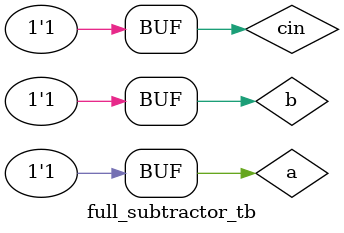
<source format=v>
`include "gatelevel.v"
module full_subtractor_tb();
wire diff,borrow;
reg a,b,cin;
full_subtractor_2 Instance0(a,b,cin,diff,borrow);
initial begin
a=0;b=0;cin=0;
 #1 cin=1;
 #1 b=1;cin=0;
 #1 cin=1;
 #1 a=1;b=0;cin=0;
 #1 cin=1;
 #1 b=1;cin=0;
 #1 cin=1;
end
initial begin
$monitor("%t, a=%d | b=%d | cin=%d | diff=%d | borrow=%d", $time, a,b,cin,borrow,diff);
$dumpfile("dump.vcd");
$dumpvars(0,full_subtractor_tb);
end
endmodule

</source>
